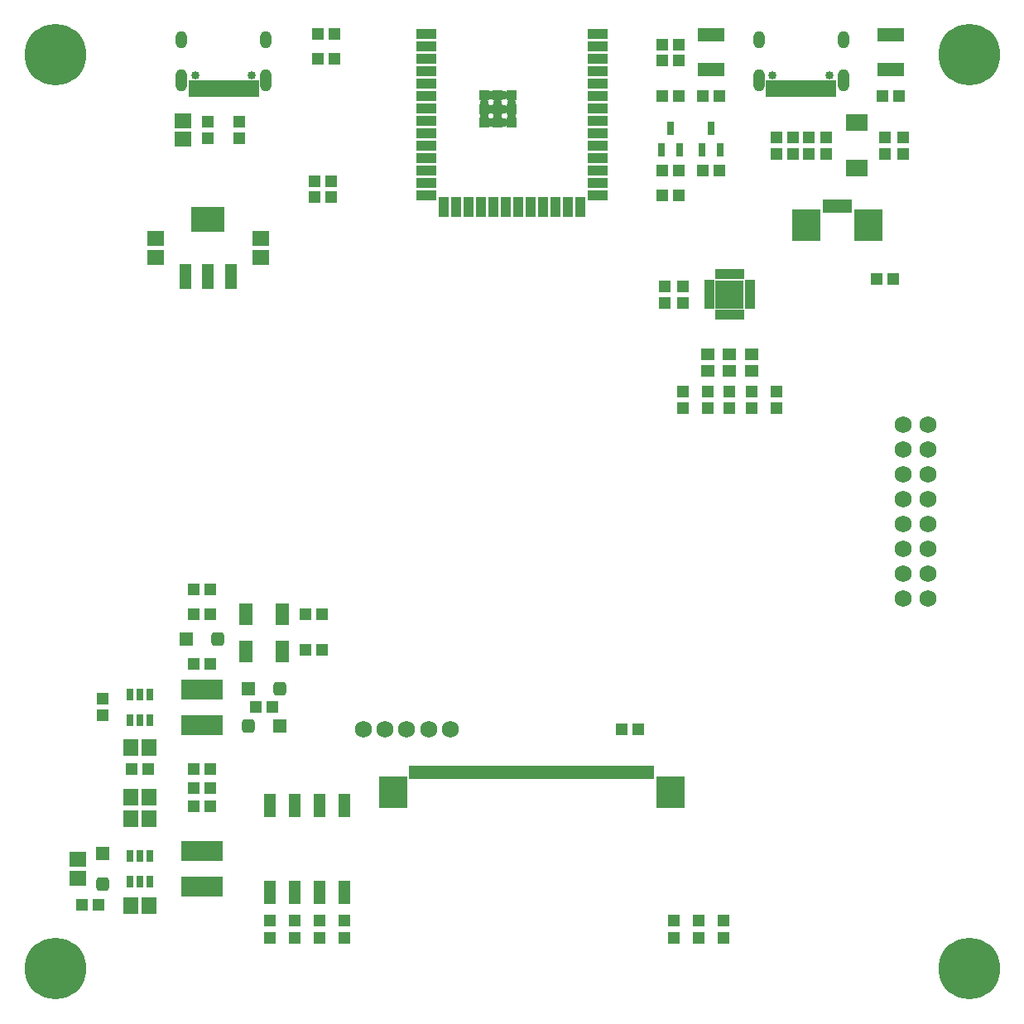
<source format=gts>
G04*
G04 #@! TF.GenerationSoftware,Altium Limited,Altium Designer,21.9.2 (33)*
G04*
G04 Layer_Color=8388736*
%FSLAX25Y25*%
%MOIN*%
G70*
G04*
G04 #@! TF.SameCoordinates,73920E6A-4BEC-4EA8-B9E3-355B446DA2E4*
G04*
G04*
G04 #@! TF.FilePolarity,Negative*
G04*
G01*
G75*
%ADD18R,0.16600X0.07900*%
%ADD19R,0.05131X0.04737*%
%ADD20R,0.01981X0.05524*%
%ADD21R,0.11430X0.12611*%
%ADD22R,0.05721X0.08674*%
%ADD23R,0.11430X0.11430*%
%ADD24R,0.04347X0.01984*%
%ADD25R,0.01984X0.04347*%
%ADD26R,0.10800X0.05800*%
%ADD27R,0.01981X0.06706*%
%ADD28R,0.04737X0.05131*%
%ADD29R,0.05800X0.04800*%
%ADD30R,0.13792X0.10249*%
%ADD31R,0.04737X0.10249*%
%ADD32R,0.08674X0.07099*%
%ADD33R,0.06706X0.05918*%
%ADD34R,0.03162X0.05328*%
%ADD35R,0.05918X0.06706*%
%ADD36R,0.02769X0.04737*%
G04:AMPARAMS|DCode=37|XSize=55.24mil|YSize=55.24mil|CornerRadius=15.81mil|HoleSize=0mil|Usage=FLASHONLY|Rotation=0.000|XOffset=0mil|YOffset=0mil|HoleType=Round|Shape=RoundedRectangle|*
%AMROUNDEDRECTD37*
21,1,0.05524,0.02362,0,0,0.0*
21,1,0.02362,0.05524,0,0,0.0*
1,1,0.03162,0.01181,-0.01181*
1,1,0.03162,-0.01181,-0.01181*
1,1,0.03162,-0.01181,0.01181*
1,1,0.03162,0.01181,0.01181*
%
%ADD37ROUNDEDRECTD37*%
%ADD38R,0.05524X0.05524*%
G04:AMPARAMS|DCode=39|XSize=68mil|YSize=68mil|CornerRadius=34mil|HoleSize=0mil|Usage=FLASHONLY|Rotation=90.000|XOffset=0mil|YOffset=0mil|HoleType=Round|Shape=RoundedRectangle|*
%AMROUNDEDRECTD39*
21,1,0.06800,0.00000,0,0,90.0*
21,1,0.00000,0.06800,0,0,90.0*
1,1,0.06800,0.00000,0.00000*
1,1,0.06800,0.00000,0.00000*
1,1,0.06800,0.00000,0.00000*
1,1,0.06800,0.00000,0.00000*
%
%ADD39ROUNDEDRECTD39*%
G04:AMPARAMS|DCode=40|XSize=55.24mil|YSize=55.24mil|CornerRadius=15.81mil|HoleSize=0mil|Usage=FLASHONLY|Rotation=270.000|XOffset=0mil|YOffset=0mil|HoleType=Round|Shape=RoundedRectangle|*
%AMROUNDEDRECTD40*
21,1,0.05524,0.02362,0,0,270.0*
21,1,0.02362,0.05524,0,0,270.0*
1,1,0.03162,-0.01181,-0.01181*
1,1,0.03162,-0.01181,0.01181*
1,1,0.03162,0.01181,0.01181*
1,1,0.03162,0.01181,-0.01181*
%
%ADD40ROUNDEDRECTD40*%
%ADD41R,0.05524X0.05524*%
%ADD42R,0.05131X0.09461*%
%ADD43R,0.04343X0.04343*%
%ADD44R,0.07887X0.04343*%
%ADD45R,0.04343X0.07887*%
%ADD46C,0.06800*%
%ADD47O,0.04737X0.07099*%
%ADD48O,0.04737X0.09068*%
%ADD49C,0.24800*%
%ADD50C,0.03359*%
%ADD51C,0.03556*%
%ADD52C,0.04737*%
D18*
X350032Y203350D02*
D03*
Y189163D02*
D03*
X350000Y124163D02*
D03*
Y138350D02*
D03*
D19*
X396654Y467500D02*
D03*
X403346D02*
D03*
X398346Y219375D02*
D03*
X391653D02*
D03*
X551653Y442500D02*
D03*
X558347D02*
D03*
X630847D02*
D03*
X624154D02*
D03*
X542097Y412500D02*
D03*
X535403D02*
D03*
X551653D02*
D03*
X558347D02*
D03*
X542097Y463125D02*
D03*
X535403D02*
D03*
X542097Y456875D02*
D03*
X535403D02*
D03*
X403346Y457500D02*
D03*
X396654D02*
D03*
X542097Y442500D02*
D03*
X535403D02*
D03*
X402097Y408125D02*
D03*
X395404D02*
D03*
X542097Y402500D02*
D03*
X535403D02*
D03*
X402097Y401875D02*
D03*
X395404D02*
D03*
X628346Y368750D02*
D03*
X621654D02*
D03*
X346654Y243750D02*
D03*
X353346D02*
D03*
X525846Y187500D02*
D03*
X519153D02*
D03*
X328346Y171250D02*
D03*
X321654D02*
D03*
X346654Y213750D02*
D03*
X353346D02*
D03*
X371654Y196250D02*
D03*
X378346D02*
D03*
X346654Y156250D02*
D03*
X353346D02*
D03*
X353346Y233750D02*
D03*
X346654D02*
D03*
X391653D02*
D03*
X398346D02*
D03*
X346654Y171250D02*
D03*
X353346D02*
D03*
X353346Y163750D02*
D03*
X346654D02*
D03*
X301654Y116875D02*
D03*
X308347D02*
D03*
D20*
X600973Y398049D02*
D03*
X602942D02*
D03*
X604910D02*
D03*
X606879D02*
D03*
X608847D02*
D03*
X610816D02*
D03*
X434513Y169897D02*
D03*
X436481D02*
D03*
X438450D02*
D03*
X440418D02*
D03*
X442387D02*
D03*
X444355D02*
D03*
X446324D02*
D03*
X448292D02*
D03*
X450261D02*
D03*
X452229D02*
D03*
X454198D02*
D03*
X456166D02*
D03*
X458135D02*
D03*
X460103D02*
D03*
X462072D02*
D03*
X464040D02*
D03*
X466009D02*
D03*
X467977D02*
D03*
X469946D02*
D03*
X471914D02*
D03*
X473883D02*
D03*
X475851D02*
D03*
X477820D02*
D03*
X479788D02*
D03*
X481757D02*
D03*
X483725D02*
D03*
X485694D02*
D03*
X487662D02*
D03*
X489631D02*
D03*
X491599D02*
D03*
X493568D02*
D03*
X495536D02*
D03*
X497505D02*
D03*
X499473D02*
D03*
X501442D02*
D03*
X503410D02*
D03*
X505379D02*
D03*
X507347D02*
D03*
X509316D02*
D03*
X511284D02*
D03*
X513253D02*
D03*
X515221D02*
D03*
X517190D02*
D03*
X519158D02*
D03*
X521127D02*
D03*
X523095D02*
D03*
X525064D02*
D03*
X527032D02*
D03*
X529001D02*
D03*
X530969D02*
D03*
D21*
X593375Y390254D02*
D03*
X618414D02*
D03*
X426914Y162102D02*
D03*
X538568D02*
D03*
D22*
X367618Y218750D02*
D03*
X382382D02*
D03*
X367618Y233750D02*
D03*
X382382D02*
D03*
D23*
X562500Y362500D02*
D03*
D24*
X570571Y367421D02*
D03*
Y365453D02*
D03*
Y363484D02*
D03*
Y361516D02*
D03*
Y359547D02*
D03*
Y357579D02*
D03*
X554429D02*
D03*
Y359547D02*
D03*
Y361516D02*
D03*
Y363484D02*
D03*
Y365453D02*
D03*
Y367421D02*
D03*
D25*
X567421Y354429D02*
D03*
X565453D02*
D03*
X563484D02*
D03*
X561516D02*
D03*
X559547D02*
D03*
X557579D02*
D03*
Y370571D02*
D03*
X559547D02*
D03*
X561516D02*
D03*
X563484D02*
D03*
X565453D02*
D03*
X567421D02*
D03*
D26*
X555000Y467000D02*
D03*
Y453000D02*
D03*
X627500Y467000D02*
D03*
Y453000D02*
D03*
D27*
X578061Y445309D02*
D03*
X581211D02*
D03*
X601289D02*
D03*
X600108D02*
D03*
X603258D02*
D03*
X604439D02*
D03*
X592234D02*
D03*
X590266D02*
D03*
X588297D02*
D03*
X586329D02*
D03*
X584360D02*
D03*
X582392D02*
D03*
X594203D02*
D03*
X596171D02*
D03*
X598140D02*
D03*
X579242D02*
D03*
X345561D02*
D03*
X348711D02*
D03*
X368789D02*
D03*
X367608D02*
D03*
X370758D02*
D03*
X371939D02*
D03*
X359734D02*
D03*
X357766D02*
D03*
X355797D02*
D03*
X353829D02*
D03*
X351860D02*
D03*
X349892D02*
D03*
X361703D02*
D03*
X363671D02*
D03*
X365640D02*
D03*
X346742D02*
D03*
D28*
X553750Y323346D02*
D03*
Y316653D02*
D03*
X562500Y323346D02*
D03*
Y316653D02*
D03*
X571250Y323346D02*
D03*
Y316653D02*
D03*
X536250Y359154D02*
D03*
Y365846D02*
D03*
X625000Y425846D02*
D03*
Y419153D02*
D03*
X543750Y316653D02*
D03*
Y323346D02*
D03*
Y359154D02*
D03*
Y365846D02*
D03*
X632500Y425846D02*
D03*
Y419153D02*
D03*
X601250Y419153D02*
D03*
Y425846D02*
D03*
X588000Y425846D02*
D03*
Y419153D02*
D03*
X594500Y425846D02*
D03*
Y419153D02*
D03*
X581250Y425846D02*
D03*
Y419153D02*
D03*
Y316653D02*
D03*
Y323346D02*
D03*
X365000Y425403D02*
D03*
Y432096D02*
D03*
X352500Y432096D02*
D03*
Y425403D02*
D03*
X310000Y199597D02*
D03*
Y192903D02*
D03*
X560000Y110222D02*
D03*
Y103528D02*
D03*
X550000Y110222D02*
D03*
Y103528D02*
D03*
X540000Y110222D02*
D03*
Y103528D02*
D03*
X407500Y103528D02*
D03*
Y110222D02*
D03*
X397500Y103528D02*
D03*
Y110222D02*
D03*
X387500Y103528D02*
D03*
Y110222D02*
D03*
X377500Y103528D02*
D03*
Y110222D02*
D03*
D29*
X553750Y331750D02*
D03*
Y338250D02*
D03*
X562500Y331750D02*
D03*
Y338250D02*
D03*
X571250Y331750D02*
D03*
Y338250D02*
D03*
D30*
X352500Y392667D02*
D03*
D31*
X361555Y369833D02*
D03*
X352500D02*
D03*
X343445D02*
D03*
D32*
X613750Y413445D02*
D03*
Y431555D02*
D03*
D33*
X373750Y377510D02*
D03*
Y384990D02*
D03*
X331250Y377510D02*
D03*
Y384990D02*
D03*
X342500Y425010D02*
D03*
Y432490D02*
D03*
X300000Y134990D02*
D03*
Y127510D02*
D03*
D34*
X551260Y420571D02*
D03*
X558740D02*
D03*
X555000Y429429D02*
D03*
X535010Y420571D02*
D03*
X542490D02*
D03*
X538750Y429429D02*
D03*
D35*
X328740Y160000D02*
D03*
X321260D02*
D03*
X328740Y151250D02*
D03*
X321260D02*
D03*
X321260Y180000D02*
D03*
X328740D02*
D03*
X321260Y116250D02*
D03*
X328740D02*
D03*
D36*
X328937Y126132D02*
D03*
Y136368D02*
D03*
X325000D02*
D03*
X321063D02*
D03*
Y126132D02*
D03*
X325000D02*
D03*
X328937Y191132D02*
D03*
Y201368D02*
D03*
X325000D02*
D03*
X321063D02*
D03*
Y191132D02*
D03*
X325000D02*
D03*
D37*
X381299Y203750D02*
D03*
X368701Y188750D02*
D03*
X356299Y223750D02*
D03*
D38*
X368701Y203750D02*
D03*
X381299Y188750D02*
D03*
X343701Y223750D02*
D03*
D39*
X441250Y187500D02*
D03*
X450000D02*
D03*
X432500D02*
D03*
X423750D02*
D03*
X415000D02*
D03*
D40*
X310000Y124951D02*
D03*
D41*
Y137549D02*
D03*
D42*
X377500Y156875D02*
D03*
X387500D02*
D03*
X397500D02*
D03*
X407500D02*
D03*
X377500Y121875D02*
D03*
X387500D02*
D03*
X397500D02*
D03*
X407500D02*
D03*
D43*
X469095Y442618D02*
D03*
Y437106D02*
D03*
Y431595D02*
D03*
X474606Y437106D02*
D03*
X463583D02*
D03*
Y431595D02*
D03*
Y442618D02*
D03*
X474606Y431595D02*
D03*
Y442618D02*
D03*
D44*
X440551Y467500D02*
D03*
Y462500D02*
D03*
Y457500D02*
D03*
Y452500D02*
D03*
Y447500D02*
D03*
Y442500D02*
D03*
Y437500D02*
D03*
Y432500D02*
D03*
Y427500D02*
D03*
Y422500D02*
D03*
Y417500D02*
D03*
Y412500D02*
D03*
Y407500D02*
D03*
Y402500D02*
D03*
X509449D02*
D03*
Y407500D02*
D03*
Y412500D02*
D03*
Y417500D02*
D03*
Y422500D02*
D03*
Y427500D02*
D03*
Y432500D02*
D03*
Y437500D02*
D03*
Y442500D02*
D03*
Y447500D02*
D03*
Y452500D02*
D03*
Y457500D02*
D03*
Y462500D02*
D03*
Y467500D02*
D03*
D45*
X447500Y397579D02*
D03*
X452500D02*
D03*
X457500D02*
D03*
X462500D02*
D03*
X467500D02*
D03*
X472500D02*
D03*
X477500D02*
D03*
X482500D02*
D03*
X487500D02*
D03*
X492500D02*
D03*
X497500D02*
D03*
X502500D02*
D03*
D46*
X642500Y240000D02*
D03*
X632500D02*
D03*
X642500Y250000D02*
D03*
X632500D02*
D03*
X642500Y260000D02*
D03*
X632500D02*
D03*
X642500Y270000D02*
D03*
X632500D02*
D03*
X642500Y280000D02*
D03*
X632500D02*
D03*
X642500Y290000D02*
D03*
X632500D02*
D03*
X642500Y300000D02*
D03*
X632500D02*
D03*
X642500Y310000D02*
D03*
X632500D02*
D03*
D47*
X608258Y465000D02*
D03*
X574242D02*
D03*
X375758D02*
D03*
X341742D02*
D03*
D48*
X574242Y448661D02*
D03*
X608258D02*
D03*
X341742D02*
D03*
X375758D02*
D03*
D49*
X290945Y459055D02*
D03*
Y90945D02*
D03*
X659055D02*
D03*
Y459055D02*
D03*
D50*
X602628Y450630D02*
D03*
X579872D02*
D03*
X370128D02*
D03*
X347372D02*
D03*
D51*
X466339Y442618D02*
D03*
X471850D02*
D03*
Y437106D02*
D03*
X466339D02*
D03*
X471850Y431595D02*
D03*
X466339D02*
D03*
X463583Y439862D02*
D03*
Y434350D02*
D03*
X469095Y439862D02*
D03*
Y434350D02*
D03*
X474606Y439862D02*
D03*
Y434350D02*
D03*
D52*
X284017Y455055D02*
D03*
X290945Y451055D02*
D03*
X297873Y455055D02*
D03*
Y463055D02*
D03*
X290945Y467055D02*
D03*
X284017Y463055D02*
D03*
Y86945D02*
D03*
X290945Y82945D02*
D03*
X297873Y86945D02*
D03*
Y94945D02*
D03*
X290945Y98945D02*
D03*
X284017Y94945D02*
D03*
X652127Y86945D02*
D03*
X659055Y82945D02*
D03*
X665983Y86945D02*
D03*
Y94945D02*
D03*
X659055Y98945D02*
D03*
X652127Y94945D02*
D03*
Y455055D02*
D03*
X659055Y451055D02*
D03*
X665983Y455055D02*
D03*
Y463055D02*
D03*
X659055Y467055D02*
D03*
X652127Y463055D02*
D03*
M02*

</source>
